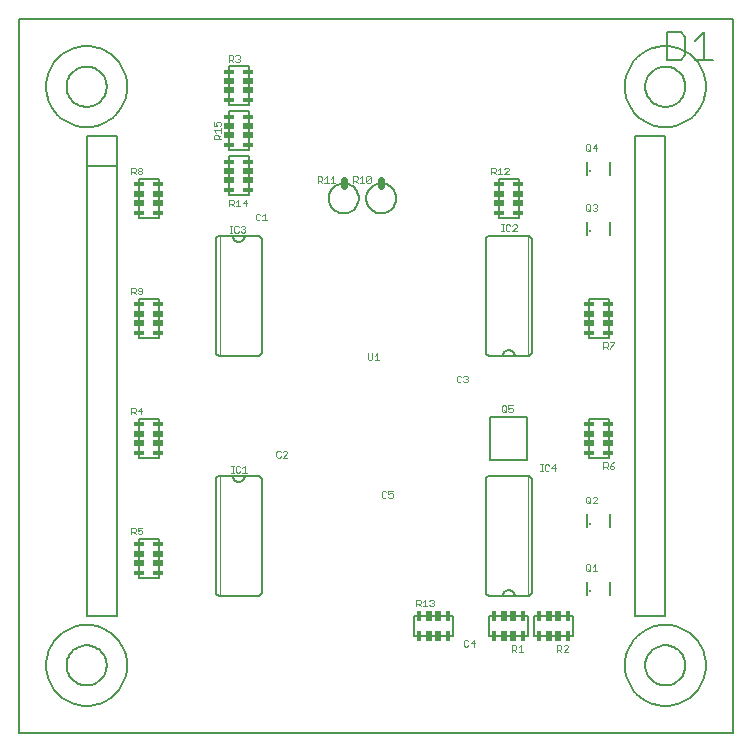
<source format=gto>
G75*
%MOIN*%
%OFA0B0*%
%FSLAX24Y24*%
%IPPOS*%
%LPD*%
%AMOC8*
5,1,8,0,0,1.08239X$1,22.5*
%
%ADD10C,0.0050*%
%ADD11C,0.0080*%
%ADD12C,0.0020*%
%ADD13C,0.0240*%
%ADD14C,0.0060*%
%ADD15R,0.0350X0.0150*%
%ADD16R,0.0350X0.0200*%
%ADD17C,0.0118*%
%ADD18R,0.0150X0.0350*%
%ADD19R,0.0200X0.0350*%
D10*
X000125Y000125D02*
X000125Y023944D01*
X023944Y023944D01*
X023944Y000125D01*
X000125Y000125D01*
X002401Y004034D02*
X002401Y019034D01*
X003401Y019034D01*
X004123Y018607D02*
X004123Y017308D01*
X004792Y017308D01*
X004792Y018607D01*
X004123Y018607D01*
X003401Y020034D02*
X003401Y004034D01*
X002401Y004034D01*
X004123Y005308D02*
X004123Y006607D01*
X004792Y006607D01*
X004792Y005308D01*
X004123Y005308D01*
X004123Y009308D02*
X004123Y010607D01*
X004792Y010607D01*
X004792Y009308D01*
X004123Y009308D01*
X004123Y013308D02*
X004123Y014607D01*
X004792Y014607D01*
X004792Y013308D01*
X004123Y013308D01*
X007123Y018058D02*
X007123Y019357D01*
X007792Y019357D01*
X007792Y018058D01*
X007123Y018058D01*
X007123Y019558D02*
X007123Y020857D01*
X007792Y020857D01*
X007792Y019558D01*
X007123Y019558D01*
X007123Y021058D02*
X007123Y022357D01*
X007792Y022357D01*
X007792Y021058D01*
X007123Y021058D01*
X003401Y020034D02*
X002401Y020034D01*
X002401Y019034D01*
X015847Y010686D02*
X015847Y009229D01*
X017068Y009229D01*
X017068Y010686D01*
X015847Y010686D01*
X019123Y010607D02*
X019123Y009308D01*
X019792Y009308D01*
X019792Y010607D01*
X019123Y010607D01*
X019123Y013308D02*
X019123Y014607D01*
X019792Y014607D01*
X019792Y013308D01*
X019123Y013308D01*
X016792Y017308D02*
X016123Y017308D01*
X016123Y018607D01*
X016792Y018607D01*
X016792Y017308D01*
X020668Y020034D02*
X021668Y020034D01*
X021668Y004034D01*
X020668Y004034D01*
X020668Y020034D01*
X018607Y004042D02*
X017308Y004042D01*
X017308Y003373D01*
X018607Y003373D01*
X018607Y004042D01*
X017107Y004042D02*
X017107Y003373D01*
X015808Y003373D01*
X015808Y004042D01*
X017107Y004042D01*
X014607Y004042D02*
X014607Y003373D01*
X013308Y003373D01*
X013308Y004042D01*
X014607Y004042D01*
D11*
X019064Y004741D02*
X019064Y005174D01*
X019851Y005174D02*
X019851Y004741D01*
X019851Y006991D02*
X019851Y007424D01*
X019064Y007424D02*
X019064Y006991D01*
X021011Y002389D02*
X021013Y002440D01*
X021019Y002491D01*
X021029Y002541D01*
X021042Y002591D01*
X021060Y002639D01*
X021080Y002686D01*
X021105Y002731D01*
X021133Y002774D01*
X021164Y002815D01*
X021198Y002853D01*
X021235Y002888D01*
X021274Y002921D01*
X021316Y002951D01*
X021360Y002977D01*
X021406Y002999D01*
X021454Y003019D01*
X021503Y003034D01*
X021553Y003046D01*
X021603Y003054D01*
X021654Y003058D01*
X021706Y003058D01*
X021757Y003054D01*
X021807Y003046D01*
X021857Y003034D01*
X021906Y003019D01*
X021954Y002999D01*
X022000Y002977D01*
X022044Y002951D01*
X022086Y002921D01*
X022125Y002888D01*
X022162Y002853D01*
X022196Y002815D01*
X022227Y002774D01*
X022255Y002731D01*
X022280Y002686D01*
X022300Y002639D01*
X022318Y002591D01*
X022331Y002541D01*
X022341Y002491D01*
X022347Y002440D01*
X022349Y002389D01*
X022347Y002338D01*
X022341Y002287D01*
X022331Y002237D01*
X022318Y002187D01*
X022300Y002139D01*
X022280Y002092D01*
X022255Y002047D01*
X022227Y002004D01*
X022196Y001963D01*
X022162Y001925D01*
X022125Y001890D01*
X022086Y001857D01*
X022044Y001827D01*
X022000Y001801D01*
X021954Y001779D01*
X021906Y001759D01*
X021857Y001744D01*
X021807Y001732D01*
X021757Y001724D01*
X021706Y001720D01*
X021654Y001720D01*
X021603Y001724D01*
X021553Y001732D01*
X021503Y001744D01*
X021454Y001759D01*
X021406Y001779D01*
X021360Y001801D01*
X021316Y001827D01*
X021274Y001857D01*
X021235Y001890D01*
X021198Y001925D01*
X021164Y001963D01*
X021133Y002004D01*
X021105Y002047D01*
X021080Y002092D01*
X021060Y002139D01*
X021042Y002187D01*
X021029Y002237D01*
X021019Y002287D01*
X021013Y002338D01*
X021011Y002389D01*
X019851Y016741D02*
X019851Y017174D01*
X019064Y017174D02*
X019064Y016741D01*
X019064Y018741D02*
X019064Y019174D01*
X019851Y019174D02*
X019851Y018741D01*
X021011Y021680D02*
X021013Y021731D01*
X021019Y021782D01*
X021029Y021832D01*
X021042Y021882D01*
X021060Y021930D01*
X021080Y021977D01*
X021105Y022022D01*
X021133Y022065D01*
X021164Y022106D01*
X021198Y022144D01*
X021235Y022179D01*
X021274Y022212D01*
X021316Y022242D01*
X021360Y022268D01*
X021406Y022290D01*
X021454Y022310D01*
X021503Y022325D01*
X021553Y022337D01*
X021603Y022345D01*
X021654Y022349D01*
X021706Y022349D01*
X021757Y022345D01*
X021807Y022337D01*
X021857Y022325D01*
X021906Y022310D01*
X021954Y022290D01*
X022000Y022268D01*
X022044Y022242D01*
X022086Y022212D01*
X022125Y022179D01*
X022162Y022144D01*
X022196Y022106D01*
X022227Y022065D01*
X022255Y022022D01*
X022280Y021977D01*
X022300Y021930D01*
X022318Y021882D01*
X022331Y021832D01*
X022341Y021782D01*
X022347Y021731D01*
X022349Y021680D01*
X022347Y021629D01*
X022341Y021578D01*
X022331Y021528D01*
X022318Y021478D01*
X022300Y021430D01*
X022280Y021383D01*
X022255Y021338D01*
X022227Y021295D01*
X022196Y021254D01*
X022162Y021216D01*
X022125Y021181D01*
X022086Y021148D01*
X022044Y021118D01*
X022000Y021092D01*
X021954Y021070D01*
X021906Y021050D01*
X021857Y021035D01*
X021807Y021023D01*
X021757Y021015D01*
X021706Y021011D01*
X021654Y021011D01*
X021603Y021015D01*
X021553Y021023D01*
X021503Y021035D01*
X021454Y021050D01*
X021406Y021070D01*
X021360Y021092D01*
X021316Y021118D01*
X021274Y021148D01*
X021235Y021181D01*
X021198Y021216D01*
X021164Y021254D01*
X021133Y021295D01*
X021105Y021338D01*
X021080Y021383D01*
X021060Y021430D01*
X021042Y021478D01*
X021029Y021528D01*
X021019Y021578D01*
X021013Y021629D01*
X021011Y021680D01*
X021733Y022574D02*
X022193Y022574D01*
X022347Y022728D01*
X022347Y023342D01*
X022193Y023495D01*
X021733Y023495D01*
X021733Y022574D01*
X022654Y022574D02*
X023268Y022574D01*
X022961Y022574D02*
X022961Y023495D01*
X022654Y023188D01*
X001720Y021680D02*
X001722Y021731D01*
X001728Y021782D01*
X001738Y021832D01*
X001751Y021882D01*
X001769Y021930D01*
X001789Y021977D01*
X001814Y022022D01*
X001842Y022065D01*
X001873Y022106D01*
X001907Y022144D01*
X001944Y022179D01*
X001983Y022212D01*
X002025Y022242D01*
X002069Y022268D01*
X002115Y022290D01*
X002163Y022310D01*
X002212Y022325D01*
X002262Y022337D01*
X002312Y022345D01*
X002363Y022349D01*
X002415Y022349D01*
X002466Y022345D01*
X002516Y022337D01*
X002566Y022325D01*
X002615Y022310D01*
X002663Y022290D01*
X002709Y022268D01*
X002753Y022242D01*
X002795Y022212D01*
X002834Y022179D01*
X002871Y022144D01*
X002905Y022106D01*
X002936Y022065D01*
X002964Y022022D01*
X002989Y021977D01*
X003009Y021930D01*
X003027Y021882D01*
X003040Y021832D01*
X003050Y021782D01*
X003056Y021731D01*
X003058Y021680D01*
X003056Y021629D01*
X003050Y021578D01*
X003040Y021528D01*
X003027Y021478D01*
X003009Y021430D01*
X002989Y021383D01*
X002964Y021338D01*
X002936Y021295D01*
X002905Y021254D01*
X002871Y021216D01*
X002834Y021181D01*
X002795Y021148D01*
X002753Y021118D01*
X002709Y021092D01*
X002663Y021070D01*
X002615Y021050D01*
X002566Y021035D01*
X002516Y021023D01*
X002466Y021015D01*
X002415Y021011D01*
X002363Y021011D01*
X002312Y021015D01*
X002262Y021023D01*
X002212Y021035D01*
X002163Y021050D01*
X002115Y021070D01*
X002069Y021092D01*
X002025Y021118D01*
X001983Y021148D01*
X001944Y021181D01*
X001907Y021216D01*
X001873Y021254D01*
X001842Y021295D01*
X001814Y021338D01*
X001789Y021383D01*
X001769Y021430D01*
X001751Y021478D01*
X001738Y021528D01*
X001728Y021578D01*
X001722Y021629D01*
X001720Y021680D01*
X001720Y002389D02*
X001722Y002440D01*
X001728Y002491D01*
X001738Y002541D01*
X001751Y002591D01*
X001769Y002639D01*
X001789Y002686D01*
X001814Y002731D01*
X001842Y002774D01*
X001873Y002815D01*
X001907Y002853D01*
X001944Y002888D01*
X001983Y002921D01*
X002025Y002951D01*
X002069Y002977D01*
X002115Y002999D01*
X002163Y003019D01*
X002212Y003034D01*
X002262Y003046D01*
X002312Y003054D01*
X002363Y003058D01*
X002415Y003058D01*
X002466Y003054D01*
X002516Y003046D01*
X002566Y003034D01*
X002615Y003019D01*
X002663Y002999D01*
X002709Y002977D01*
X002753Y002951D01*
X002795Y002921D01*
X002834Y002888D01*
X002871Y002853D01*
X002905Y002815D01*
X002936Y002774D01*
X002964Y002731D01*
X002989Y002686D01*
X003009Y002639D01*
X003027Y002591D01*
X003040Y002541D01*
X003050Y002491D01*
X003056Y002440D01*
X003058Y002389D01*
X003056Y002338D01*
X003050Y002287D01*
X003040Y002237D01*
X003027Y002187D01*
X003009Y002139D01*
X002989Y002092D01*
X002964Y002047D01*
X002936Y002004D01*
X002905Y001963D01*
X002871Y001925D01*
X002834Y001890D01*
X002795Y001857D01*
X002753Y001827D01*
X002709Y001801D01*
X002663Y001779D01*
X002615Y001759D01*
X002566Y001744D01*
X002516Y001732D01*
X002466Y001724D01*
X002415Y001720D01*
X002363Y001720D01*
X002312Y001724D01*
X002262Y001732D01*
X002212Y001744D01*
X002163Y001759D01*
X002115Y001779D01*
X002069Y001801D01*
X002025Y001827D01*
X001983Y001857D01*
X001944Y001890D01*
X001907Y001925D01*
X001873Y001963D01*
X001842Y002004D01*
X001814Y002047D01*
X001789Y002092D01*
X001769Y002139D01*
X001751Y002187D01*
X001738Y002237D01*
X001728Y002287D01*
X001722Y002338D01*
X001720Y002389D01*
D12*
X003877Y006755D02*
X003877Y006975D01*
X003987Y006975D01*
X004024Y006939D01*
X004024Y006865D01*
X003987Y006828D01*
X003877Y006828D01*
X003951Y006828D02*
X004024Y006755D01*
X004098Y006792D02*
X004135Y006755D01*
X004208Y006755D01*
X004245Y006792D01*
X004245Y006865D01*
X004208Y006902D01*
X004172Y006902D01*
X004098Y006865D01*
X004098Y006975D01*
X004245Y006975D01*
X006828Y008708D02*
X006828Y004708D01*
X007218Y008818D02*
X007291Y008818D01*
X007254Y008818D02*
X007254Y009038D01*
X007218Y009038D02*
X007291Y009038D01*
X007365Y009001D02*
X007365Y008854D01*
X007402Y008818D01*
X007475Y008818D01*
X007512Y008854D01*
X007586Y008818D02*
X007733Y008818D01*
X007659Y008818D02*
X007659Y009038D01*
X007586Y008964D01*
X007512Y009001D02*
X007475Y009038D01*
X007402Y009038D01*
X007365Y009001D01*
X008718Y009354D02*
X008754Y009318D01*
X008828Y009318D01*
X008864Y009354D01*
X008939Y009318D02*
X009085Y009464D01*
X009085Y009501D01*
X009049Y009538D01*
X008975Y009538D01*
X008939Y009501D01*
X008864Y009501D02*
X008828Y009538D01*
X008754Y009538D01*
X008718Y009501D01*
X008718Y009354D01*
X008939Y009318D02*
X009085Y009318D01*
X012226Y008161D02*
X012226Y008014D01*
X012262Y007978D01*
X012336Y007978D01*
X012372Y008014D01*
X012447Y008014D02*
X012483Y007978D01*
X012557Y007978D01*
X012593Y008014D01*
X012593Y008088D01*
X012557Y008124D01*
X012520Y008124D01*
X012447Y008088D01*
X012447Y008198D01*
X012593Y008198D01*
X012372Y008161D02*
X012336Y008198D01*
X012262Y008198D01*
X012226Y008161D01*
X014762Y011828D02*
X014836Y011828D01*
X014872Y011864D01*
X014947Y011864D02*
X014983Y011828D01*
X015057Y011828D01*
X015093Y011864D01*
X015093Y011901D01*
X015057Y011938D01*
X015020Y011938D01*
X015057Y011938D02*
X015093Y011974D01*
X015093Y012011D01*
X015057Y012048D01*
X014983Y012048D01*
X014947Y012011D01*
X014872Y012011D02*
X014836Y012048D01*
X014762Y012048D01*
X014726Y012011D01*
X014726Y011864D01*
X014762Y011828D01*
X016224Y011017D02*
X016224Y010870D01*
X016261Y010833D01*
X016334Y010833D01*
X016371Y010870D01*
X016371Y011017D01*
X016334Y011054D01*
X016261Y011054D01*
X016224Y011017D01*
X016297Y010907D02*
X016371Y010833D01*
X016445Y010870D02*
X016482Y010833D01*
X016555Y010833D01*
X016592Y010870D01*
X016592Y010944D01*
X016555Y010980D01*
X016518Y010980D01*
X016445Y010944D01*
X016445Y011054D01*
X016592Y011054D01*
X017088Y012708D02*
X017088Y016708D01*
X016733Y016868D02*
X016586Y016868D01*
X016733Y017014D01*
X016733Y017051D01*
X016696Y017088D01*
X016623Y017088D01*
X016586Y017051D01*
X016512Y017051D02*
X016475Y017088D01*
X016402Y017088D01*
X016365Y017051D01*
X016365Y016904D01*
X016402Y016868D01*
X016475Y016868D01*
X016512Y016904D01*
X016291Y016868D02*
X016218Y016868D01*
X016254Y016868D02*
X016254Y017088D01*
X016218Y017088D02*
X016291Y017088D01*
X016319Y018755D02*
X016466Y018902D01*
X016466Y018939D01*
X016429Y018975D01*
X016356Y018975D01*
X016319Y018939D01*
X016172Y018975D02*
X016172Y018755D01*
X016245Y018755D02*
X016098Y018755D01*
X016024Y018755D02*
X015951Y018828D01*
X015987Y018828D02*
X015877Y018828D01*
X015877Y018755D02*
X015877Y018975D01*
X015987Y018975D01*
X016024Y018939D01*
X016024Y018865D01*
X015987Y018828D01*
X016098Y018902D02*
X016172Y018975D01*
X016319Y018755D02*
X016466Y018755D01*
X019035Y019575D02*
X019071Y019539D01*
X019145Y019539D01*
X019181Y019575D01*
X019181Y019722D01*
X019145Y019759D01*
X019071Y019759D01*
X019035Y019722D01*
X019035Y019575D01*
X019108Y019612D02*
X019181Y019539D01*
X019256Y019649D02*
X019402Y019649D01*
X019366Y019759D02*
X019256Y019649D01*
X019366Y019539D02*
X019366Y019759D01*
X019366Y017759D02*
X019402Y017722D01*
X019402Y017685D01*
X019366Y017649D01*
X019402Y017612D01*
X019402Y017575D01*
X019366Y017539D01*
X019292Y017539D01*
X019256Y017575D01*
X019181Y017575D02*
X019145Y017539D01*
X019071Y017539D01*
X019035Y017575D01*
X019035Y017722D01*
X019071Y017759D01*
X019145Y017759D01*
X019181Y017722D01*
X019181Y017575D01*
X019181Y017539D02*
X019108Y017612D01*
X019256Y017722D02*
X019292Y017759D01*
X019366Y017759D01*
X019366Y017649D02*
X019329Y017649D01*
X019616Y013160D02*
X019726Y013160D01*
X019763Y013124D01*
X019763Y013050D01*
X019726Y013014D01*
X019616Y013014D01*
X019690Y013014D02*
X019763Y012940D01*
X019837Y012940D02*
X019837Y012977D01*
X019984Y013124D01*
X019984Y013160D01*
X019837Y013160D01*
X019616Y013160D02*
X019616Y012940D01*
X019616Y009160D02*
X019726Y009160D01*
X019763Y009124D01*
X019763Y009050D01*
X019726Y009014D01*
X019616Y009014D01*
X019690Y009014D02*
X019763Y008940D01*
X019837Y008977D02*
X019874Y008940D01*
X019947Y008940D01*
X019984Y008977D01*
X019984Y009014D01*
X019947Y009050D01*
X019837Y009050D01*
X019837Y008977D01*
X019837Y009050D02*
X019911Y009124D01*
X019984Y009160D01*
X019616Y009160D02*
X019616Y008940D01*
X019366Y008009D02*
X019292Y008009D01*
X019256Y007972D01*
X019181Y007972D02*
X019181Y007825D01*
X019145Y007789D01*
X019071Y007789D01*
X019035Y007825D01*
X019035Y007972D01*
X019071Y008009D01*
X019145Y008009D01*
X019181Y007972D01*
X019108Y007862D02*
X019181Y007789D01*
X019256Y007789D02*
X019402Y007935D01*
X019402Y007972D01*
X019366Y008009D01*
X019402Y007789D02*
X019256Y007789D01*
X017996Y008868D02*
X017996Y009088D01*
X017886Y008978D01*
X018033Y008978D01*
X017812Y009051D02*
X017775Y009088D01*
X017702Y009088D01*
X017665Y009051D01*
X017665Y008904D01*
X017702Y008868D01*
X017775Y008868D01*
X017812Y008904D01*
X017591Y008868D02*
X017518Y008868D01*
X017554Y008868D02*
X017554Y009088D01*
X017518Y009088D02*
X017591Y009088D01*
X017088Y008708D02*
X017088Y004708D01*
X016861Y003060D02*
X016861Y002840D01*
X016934Y002840D02*
X016787Y002840D01*
X016713Y002840D02*
X016640Y002914D01*
X016676Y002914D02*
X016566Y002914D01*
X016566Y002840D02*
X016566Y003060D01*
X016676Y003060D01*
X016713Y003024D01*
X016713Y002950D01*
X016676Y002914D01*
X016787Y002987D02*
X016861Y003060D01*
X018066Y003060D02*
X018066Y002840D01*
X018066Y002914D02*
X018176Y002914D01*
X018213Y002950D01*
X018213Y003024D01*
X018176Y003060D01*
X018066Y003060D01*
X018140Y002914D02*
X018213Y002840D01*
X018287Y002840D02*
X018434Y002987D01*
X018434Y003024D01*
X018397Y003060D01*
X018324Y003060D01*
X018287Y003024D01*
X018287Y002840D02*
X018434Y002840D01*
X019071Y005539D02*
X019035Y005575D01*
X019035Y005722D01*
X019071Y005759D01*
X019145Y005759D01*
X019181Y005722D01*
X019181Y005575D01*
X019145Y005539D01*
X019071Y005539D01*
X019108Y005612D02*
X019181Y005539D01*
X019256Y005539D02*
X019402Y005539D01*
X019329Y005539D02*
X019329Y005759D01*
X019256Y005685D01*
X015299Y003238D02*
X015299Y003018D01*
X015335Y003128D02*
X015189Y003128D01*
X015299Y003238D01*
X015114Y003201D02*
X015078Y003238D01*
X015004Y003238D01*
X014968Y003201D01*
X014968Y003054D01*
X015004Y003018D01*
X015078Y003018D01*
X015114Y003054D01*
X013929Y004355D02*
X013856Y004355D01*
X013819Y004392D01*
X013745Y004355D02*
X013598Y004355D01*
X013672Y004355D02*
X013672Y004575D01*
X013598Y004502D01*
X013524Y004539D02*
X013524Y004465D01*
X013487Y004428D01*
X013377Y004428D01*
X013377Y004355D02*
X013377Y004575D01*
X013487Y004575D01*
X013524Y004539D01*
X013451Y004428D02*
X013524Y004355D01*
X013819Y004539D02*
X013856Y004575D01*
X013929Y004575D01*
X013966Y004539D01*
X013966Y004502D01*
X013929Y004465D01*
X013966Y004428D01*
X013966Y004392D01*
X013929Y004355D01*
X013929Y004465D02*
X013892Y004465D01*
X012135Y012568D02*
X011989Y012568D01*
X012062Y012568D02*
X012062Y012788D01*
X011989Y012714D01*
X011914Y012788D02*
X011914Y012604D01*
X011878Y012568D01*
X011804Y012568D01*
X011768Y012604D01*
X011768Y012788D01*
X008393Y017228D02*
X008247Y017228D01*
X008320Y017228D02*
X008320Y017448D01*
X008247Y017374D01*
X008172Y017411D02*
X008136Y017448D01*
X008062Y017448D01*
X008026Y017411D01*
X008026Y017264D01*
X008062Y017228D01*
X008136Y017228D01*
X008172Y017264D01*
X007683Y017001D02*
X007683Y016964D01*
X007646Y016928D01*
X007683Y016891D01*
X007683Y016854D01*
X007646Y016818D01*
X007573Y016818D01*
X007536Y016854D01*
X007462Y016854D02*
X007425Y016818D01*
X007352Y016818D01*
X007315Y016854D01*
X007315Y017001D01*
X007352Y017038D01*
X007425Y017038D01*
X007462Y017001D01*
X007536Y017001D02*
X007573Y017038D01*
X007646Y017038D01*
X007683Y017001D01*
X007646Y016928D02*
X007609Y016928D01*
X007241Y017038D02*
X007168Y017038D01*
X007204Y017038D02*
X007204Y016818D01*
X007168Y016818D02*
X007241Y016818D01*
X006828Y016708D02*
X006828Y012708D01*
X004208Y010975D02*
X004098Y010865D01*
X004245Y010865D01*
X004208Y010755D02*
X004208Y010975D01*
X004024Y010939D02*
X004024Y010865D01*
X003987Y010828D01*
X003877Y010828D01*
X003877Y010755D02*
X003877Y010975D01*
X003987Y010975D01*
X004024Y010939D01*
X003951Y010828D02*
X004024Y010755D01*
X004024Y014755D02*
X003951Y014828D01*
X003987Y014828D02*
X003877Y014828D01*
X003877Y014755D02*
X003877Y014975D01*
X003987Y014975D01*
X004024Y014939D01*
X004024Y014865D01*
X003987Y014828D01*
X004098Y014792D02*
X004135Y014755D01*
X004208Y014755D01*
X004245Y014792D01*
X004245Y014939D01*
X004208Y014975D01*
X004135Y014975D01*
X004098Y014939D01*
X004098Y014902D01*
X004135Y014865D01*
X004245Y014865D01*
X007145Y017690D02*
X007145Y017910D01*
X007255Y017910D01*
X007292Y017874D01*
X007292Y017800D01*
X007255Y017764D01*
X007145Y017764D01*
X007219Y017764D02*
X007292Y017690D01*
X007366Y017690D02*
X007513Y017690D01*
X007440Y017690D02*
X007440Y017910D01*
X007366Y017837D01*
X007587Y017800D02*
X007734Y017800D01*
X007697Y017690D02*
X007697Y017910D01*
X007587Y017800D01*
X006860Y019927D02*
X006640Y019927D01*
X006640Y020037D01*
X006677Y020074D01*
X006750Y020074D01*
X006787Y020037D01*
X006787Y019927D01*
X006787Y020001D02*
X006860Y020074D01*
X006860Y020148D02*
X006860Y020295D01*
X006860Y020222D02*
X006640Y020222D01*
X006713Y020148D01*
X006750Y020369D02*
X006640Y020369D01*
X006640Y020516D01*
X006713Y020479D02*
X006750Y020516D01*
X006824Y020516D01*
X006860Y020479D01*
X006860Y020406D01*
X006824Y020369D01*
X006750Y020369D02*
X006713Y020442D01*
X006713Y020479D01*
X007127Y022505D02*
X007127Y022725D01*
X007237Y022725D01*
X007274Y022689D01*
X007274Y022615D01*
X007237Y022578D01*
X007127Y022578D01*
X007201Y022578D02*
X007274Y022505D01*
X007348Y022542D02*
X007385Y022505D01*
X007458Y022505D01*
X007495Y022542D01*
X007495Y022578D01*
X007458Y022615D01*
X007422Y022615D01*
X007458Y022615D02*
X007495Y022652D01*
X007495Y022689D01*
X007458Y022725D01*
X007385Y022725D01*
X007348Y022689D01*
X004208Y018975D02*
X004245Y018939D01*
X004245Y018902D01*
X004208Y018865D01*
X004135Y018865D01*
X004098Y018902D01*
X004098Y018939D01*
X004135Y018975D01*
X004208Y018975D01*
X004208Y018865D02*
X004245Y018828D01*
X004245Y018792D01*
X004208Y018755D01*
X004135Y018755D01*
X004098Y018792D01*
X004098Y018828D01*
X004135Y018865D01*
X004024Y018865D02*
X003987Y018828D01*
X003877Y018828D01*
X003877Y018755D02*
X003877Y018975D01*
X003987Y018975D01*
X004024Y018939D01*
X004024Y018865D01*
X003951Y018828D02*
X004024Y018755D01*
X010098Y018688D02*
X010098Y018468D01*
X010098Y018541D02*
X010208Y018541D01*
X010244Y018578D01*
X010244Y018651D01*
X010208Y018688D01*
X010098Y018688D01*
X010171Y018541D02*
X010244Y018468D01*
X010319Y018468D02*
X010465Y018468D01*
X010392Y018468D02*
X010392Y018688D01*
X010319Y018614D01*
X010540Y018614D02*
X010613Y018688D01*
X010613Y018468D01*
X010540Y018468D02*
X010686Y018468D01*
X011275Y018478D02*
X011275Y018698D01*
X011385Y018698D01*
X011422Y018661D01*
X011422Y018588D01*
X011385Y018551D01*
X011275Y018551D01*
X011348Y018551D02*
X011422Y018478D01*
X011496Y018478D02*
X011642Y018478D01*
X011569Y018478D02*
X011569Y018698D01*
X011496Y018624D01*
X011717Y018661D02*
X011717Y018514D01*
X011863Y018661D01*
X011863Y018514D01*
X011827Y018478D01*
X011753Y018478D01*
X011717Y018514D01*
X011717Y018661D02*
X011753Y018698D01*
X011827Y018698D01*
X011863Y018661D01*
D13*
X012208Y018558D02*
X012208Y018358D01*
X010958Y018358D02*
X010958Y018558D01*
D14*
X010458Y017958D02*
X010460Y018002D01*
X010466Y018046D01*
X010476Y018089D01*
X010489Y018131D01*
X010506Y018172D01*
X010527Y018211D01*
X010551Y018248D01*
X010578Y018283D01*
X010608Y018315D01*
X010641Y018345D01*
X010677Y018371D01*
X010714Y018395D01*
X010754Y018414D01*
X010795Y018431D01*
X010838Y018443D01*
X010881Y018452D01*
X010925Y018457D01*
X010969Y018458D01*
X011013Y018455D01*
X011057Y018448D01*
X011100Y018437D01*
X011142Y018423D01*
X011182Y018405D01*
X011221Y018383D01*
X011257Y018359D01*
X011291Y018331D01*
X011323Y018300D01*
X011352Y018266D01*
X011378Y018230D01*
X011400Y018192D01*
X011419Y018152D01*
X011434Y018110D01*
X011446Y018068D01*
X011454Y018024D01*
X011458Y017980D01*
X011458Y017936D01*
X011454Y017892D01*
X011446Y017848D01*
X011434Y017806D01*
X011419Y017764D01*
X011400Y017724D01*
X011378Y017686D01*
X011352Y017650D01*
X011323Y017616D01*
X011291Y017585D01*
X011257Y017557D01*
X011221Y017533D01*
X011182Y017511D01*
X011142Y017493D01*
X011100Y017479D01*
X011057Y017468D01*
X011013Y017461D01*
X010969Y017458D01*
X010925Y017459D01*
X010881Y017464D01*
X010838Y017473D01*
X010795Y017485D01*
X010754Y017502D01*
X010714Y017521D01*
X010677Y017545D01*
X010641Y017571D01*
X010608Y017601D01*
X010578Y017633D01*
X010551Y017668D01*
X010527Y017705D01*
X010506Y017744D01*
X010489Y017785D01*
X010476Y017827D01*
X010466Y017870D01*
X010460Y017914D01*
X010458Y017958D01*
X011708Y017958D02*
X011710Y018002D01*
X011716Y018046D01*
X011726Y018089D01*
X011739Y018131D01*
X011756Y018172D01*
X011777Y018211D01*
X011801Y018248D01*
X011828Y018283D01*
X011858Y018315D01*
X011891Y018345D01*
X011927Y018371D01*
X011964Y018395D01*
X012004Y018414D01*
X012045Y018431D01*
X012088Y018443D01*
X012131Y018452D01*
X012175Y018457D01*
X012219Y018458D01*
X012263Y018455D01*
X012307Y018448D01*
X012350Y018437D01*
X012392Y018423D01*
X012432Y018405D01*
X012471Y018383D01*
X012507Y018359D01*
X012541Y018331D01*
X012573Y018300D01*
X012602Y018266D01*
X012628Y018230D01*
X012650Y018192D01*
X012669Y018152D01*
X012684Y018110D01*
X012696Y018068D01*
X012704Y018024D01*
X012708Y017980D01*
X012708Y017936D01*
X012704Y017892D01*
X012696Y017848D01*
X012684Y017806D01*
X012669Y017764D01*
X012650Y017724D01*
X012628Y017686D01*
X012602Y017650D01*
X012573Y017616D01*
X012541Y017585D01*
X012507Y017557D01*
X012471Y017533D01*
X012432Y017511D01*
X012392Y017493D01*
X012350Y017479D01*
X012307Y017468D01*
X012263Y017461D01*
X012219Y017458D01*
X012175Y017459D01*
X012131Y017464D01*
X012088Y017473D01*
X012045Y017485D01*
X012004Y017502D01*
X011964Y017521D01*
X011927Y017545D01*
X011891Y017571D01*
X011858Y017601D01*
X011828Y017633D01*
X011801Y017668D01*
X011777Y017705D01*
X011756Y017744D01*
X011739Y017785D01*
X011726Y017827D01*
X011716Y017870D01*
X011710Y017914D01*
X011708Y017958D01*
X008228Y016558D02*
X008228Y012858D01*
X008226Y012835D01*
X008221Y012812D01*
X008212Y012790D01*
X008199Y012770D01*
X008184Y012752D01*
X008166Y012737D01*
X008146Y012724D01*
X008124Y012715D01*
X008101Y012710D01*
X008078Y012708D01*
X006838Y012708D01*
X006815Y012710D01*
X006792Y012715D01*
X006770Y012724D01*
X006750Y012737D01*
X006732Y012752D01*
X006717Y012770D01*
X006704Y012790D01*
X006695Y012812D01*
X006690Y012835D01*
X006688Y012858D01*
X006688Y016558D01*
X006690Y016581D01*
X006695Y016604D01*
X006704Y016626D01*
X006717Y016646D01*
X006732Y016664D01*
X006750Y016679D01*
X006770Y016692D01*
X006792Y016701D01*
X006815Y016706D01*
X006838Y016708D01*
X007258Y016708D01*
X007658Y016708D01*
X008078Y016708D01*
X008101Y016706D01*
X008124Y016701D01*
X008146Y016692D01*
X008166Y016679D01*
X008184Y016664D01*
X008199Y016646D01*
X008212Y016626D01*
X008221Y016604D01*
X008226Y016581D01*
X008228Y016558D01*
X007658Y016708D02*
X007656Y016681D01*
X007651Y016654D01*
X007641Y016628D01*
X007629Y016604D01*
X007613Y016582D01*
X007595Y016562D01*
X007573Y016545D01*
X007550Y016530D01*
X007525Y016520D01*
X007499Y016512D01*
X007472Y016508D01*
X007444Y016508D01*
X007417Y016512D01*
X007391Y016520D01*
X007366Y016530D01*
X007343Y016545D01*
X007321Y016562D01*
X007303Y016582D01*
X007287Y016604D01*
X007275Y016628D01*
X007265Y016654D01*
X007260Y016681D01*
X007258Y016708D01*
X001039Y021680D02*
X001041Y021753D01*
X001047Y021826D01*
X001057Y021898D01*
X001071Y021970D01*
X001088Y022041D01*
X001110Y022111D01*
X001135Y022180D01*
X001164Y022247D01*
X001196Y022312D01*
X001232Y022376D01*
X001272Y022438D01*
X001314Y022497D01*
X001360Y022554D01*
X001409Y022608D01*
X001461Y022660D01*
X001515Y022709D01*
X001572Y022755D01*
X001631Y022797D01*
X001693Y022837D01*
X001757Y022873D01*
X001822Y022905D01*
X001889Y022934D01*
X001958Y022959D01*
X002028Y022981D01*
X002099Y022998D01*
X002171Y023012D01*
X002243Y023022D01*
X002316Y023028D01*
X002389Y023030D01*
X002462Y023028D01*
X002535Y023022D01*
X002607Y023012D01*
X002679Y022998D01*
X002750Y022981D01*
X002820Y022959D01*
X002889Y022934D01*
X002956Y022905D01*
X003021Y022873D01*
X003085Y022837D01*
X003147Y022797D01*
X003206Y022755D01*
X003263Y022709D01*
X003317Y022660D01*
X003369Y022608D01*
X003418Y022554D01*
X003464Y022497D01*
X003506Y022438D01*
X003546Y022376D01*
X003582Y022312D01*
X003614Y022247D01*
X003643Y022180D01*
X003668Y022111D01*
X003690Y022041D01*
X003707Y021970D01*
X003721Y021898D01*
X003731Y021826D01*
X003737Y021753D01*
X003739Y021680D01*
X003737Y021607D01*
X003731Y021534D01*
X003721Y021462D01*
X003707Y021390D01*
X003690Y021319D01*
X003668Y021249D01*
X003643Y021180D01*
X003614Y021113D01*
X003582Y021048D01*
X003546Y020984D01*
X003506Y020922D01*
X003464Y020863D01*
X003418Y020806D01*
X003369Y020752D01*
X003317Y020700D01*
X003263Y020651D01*
X003206Y020605D01*
X003147Y020563D01*
X003085Y020523D01*
X003021Y020487D01*
X002956Y020455D01*
X002889Y020426D01*
X002820Y020401D01*
X002750Y020379D01*
X002679Y020362D01*
X002607Y020348D01*
X002535Y020338D01*
X002462Y020332D01*
X002389Y020330D01*
X002316Y020332D01*
X002243Y020338D01*
X002171Y020348D01*
X002099Y020362D01*
X002028Y020379D01*
X001958Y020401D01*
X001889Y020426D01*
X001822Y020455D01*
X001757Y020487D01*
X001693Y020523D01*
X001631Y020563D01*
X001572Y020605D01*
X001515Y020651D01*
X001461Y020700D01*
X001409Y020752D01*
X001360Y020806D01*
X001314Y020863D01*
X001272Y020922D01*
X001232Y020984D01*
X001196Y021048D01*
X001164Y021113D01*
X001135Y021180D01*
X001110Y021249D01*
X001088Y021319D01*
X001071Y021390D01*
X001057Y021462D01*
X001047Y021534D01*
X001041Y021607D01*
X001039Y021680D01*
X006838Y008708D02*
X007258Y008708D01*
X007658Y008708D01*
X008078Y008708D01*
X008101Y008706D01*
X008124Y008701D01*
X008146Y008692D01*
X008166Y008679D01*
X008184Y008664D01*
X008199Y008646D01*
X008212Y008626D01*
X008221Y008604D01*
X008226Y008581D01*
X008228Y008558D01*
X008228Y004858D01*
X008226Y004835D01*
X008221Y004812D01*
X008212Y004790D01*
X008199Y004770D01*
X008184Y004752D01*
X008166Y004737D01*
X008146Y004724D01*
X008124Y004715D01*
X008101Y004710D01*
X008078Y004708D01*
X006838Y004708D01*
X006815Y004710D01*
X006792Y004715D01*
X006770Y004724D01*
X006750Y004737D01*
X006732Y004752D01*
X006717Y004770D01*
X006704Y004790D01*
X006695Y004812D01*
X006690Y004835D01*
X006688Y004858D01*
X006688Y008558D01*
X006690Y008581D01*
X006695Y008604D01*
X006704Y008626D01*
X006717Y008646D01*
X006732Y008664D01*
X006750Y008679D01*
X006770Y008692D01*
X006792Y008701D01*
X006815Y008706D01*
X006838Y008708D01*
X007258Y008708D02*
X007260Y008681D01*
X007265Y008654D01*
X007275Y008628D01*
X007287Y008604D01*
X007303Y008582D01*
X007321Y008562D01*
X007343Y008545D01*
X007366Y008530D01*
X007391Y008520D01*
X007417Y008512D01*
X007444Y008508D01*
X007472Y008508D01*
X007499Y008512D01*
X007525Y008520D01*
X007550Y008530D01*
X007573Y008545D01*
X007595Y008562D01*
X007613Y008582D01*
X007629Y008604D01*
X007641Y008628D01*
X007651Y008654D01*
X007656Y008681D01*
X007658Y008708D01*
X001039Y002389D02*
X001041Y002462D01*
X001047Y002535D01*
X001057Y002607D01*
X001071Y002679D01*
X001088Y002750D01*
X001110Y002820D01*
X001135Y002889D01*
X001164Y002956D01*
X001196Y003021D01*
X001232Y003085D01*
X001272Y003147D01*
X001314Y003206D01*
X001360Y003263D01*
X001409Y003317D01*
X001461Y003369D01*
X001515Y003418D01*
X001572Y003464D01*
X001631Y003506D01*
X001693Y003546D01*
X001757Y003582D01*
X001822Y003614D01*
X001889Y003643D01*
X001958Y003668D01*
X002028Y003690D01*
X002099Y003707D01*
X002171Y003721D01*
X002243Y003731D01*
X002316Y003737D01*
X002389Y003739D01*
X002462Y003737D01*
X002535Y003731D01*
X002607Y003721D01*
X002679Y003707D01*
X002750Y003690D01*
X002820Y003668D01*
X002889Y003643D01*
X002956Y003614D01*
X003021Y003582D01*
X003085Y003546D01*
X003147Y003506D01*
X003206Y003464D01*
X003263Y003418D01*
X003317Y003369D01*
X003369Y003317D01*
X003418Y003263D01*
X003464Y003206D01*
X003506Y003147D01*
X003546Y003085D01*
X003582Y003021D01*
X003614Y002956D01*
X003643Y002889D01*
X003668Y002820D01*
X003690Y002750D01*
X003707Y002679D01*
X003721Y002607D01*
X003731Y002535D01*
X003737Y002462D01*
X003739Y002389D01*
X003737Y002316D01*
X003731Y002243D01*
X003721Y002171D01*
X003707Y002099D01*
X003690Y002028D01*
X003668Y001958D01*
X003643Y001889D01*
X003614Y001822D01*
X003582Y001757D01*
X003546Y001693D01*
X003506Y001631D01*
X003464Y001572D01*
X003418Y001515D01*
X003369Y001461D01*
X003317Y001409D01*
X003263Y001360D01*
X003206Y001314D01*
X003147Y001272D01*
X003085Y001232D01*
X003021Y001196D01*
X002956Y001164D01*
X002889Y001135D01*
X002820Y001110D01*
X002750Y001088D01*
X002679Y001071D01*
X002607Y001057D01*
X002535Y001047D01*
X002462Y001041D01*
X002389Y001039D01*
X002316Y001041D01*
X002243Y001047D01*
X002171Y001057D01*
X002099Y001071D01*
X002028Y001088D01*
X001958Y001110D01*
X001889Y001135D01*
X001822Y001164D01*
X001757Y001196D01*
X001693Y001232D01*
X001631Y001272D01*
X001572Y001314D01*
X001515Y001360D01*
X001461Y001409D01*
X001409Y001461D01*
X001360Y001515D01*
X001314Y001572D01*
X001272Y001631D01*
X001232Y001693D01*
X001196Y001757D01*
X001164Y001822D01*
X001135Y001889D01*
X001110Y001958D01*
X001088Y002028D01*
X001071Y002099D01*
X001057Y002171D01*
X001047Y002243D01*
X001041Y002316D01*
X001039Y002389D01*
X015688Y004858D02*
X015688Y008558D01*
X015690Y008581D01*
X015695Y008604D01*
X015704Y008626D01*
X015717Y008646D01*
X015732Y008664D01*
X015750Y008679D01*
X015770Y008692D01*
X015792Y008701D01*
X015815Y008706D01*
X015838Y008708D01*
X017078Y008708D01*
X017101Y008706D01*
X017124Y008701D01*
X017146Y008692D01*
X017166Y008679D01*
X017184Y008664D01*
X017199Y008646D01*
X017212Y008626D01*
X017221Y008604D01*
X017226Y008581D01*
X017228Y008558D01*
X017228Y004858D01*
X017226Y004835D01*
X017221Y004812D01*
X017212Y004790D01*
X017199Y004770D01*
X017184Y004752D01*
X017166Y004737D01*
X017146Y004724D01*
X017124Y004715D01*
X017101Y004710D01*
X017078Y004708D01*
X016658Y004708D01*
X016258Y004708D01*
X015838Y004708D01*
X015815Y004710D01*
X015792Y004715D01*
X015770Y004724D01*
X015750Y004737D01*
X015732Y004752D01*
X015717Y004770D01*
X015704Y004790D01*
X015695Y004812D01*
X015690Y004835D01*
X015688Y004858D01*
X016258Y004708D02*
X016260Y004735D01*
X016265Y004762D01*
X016275Y004788D01*
X016287Y004812D01*
X016303Y004834D01*
X016321Y004854D01*
X016343Y004871D01*
X016366Y004886D01*
X016391Y004896D01*
X016417Y004904D01*
X016444Y004908D01*
X016472Y004908D01*
X016499Y004904D01*
X016525Y004896D01*
X016550Y004886D01*
X016573Y004871D01*
X016595Y004854D01*
X016613Y004834D01*
X016629Y004812D01*
X016641Y004788D01*
X016651Y004762D01*
X016656Y004735D01*
X016658Y004708D01*
X020330Y002389D02*
X020332Y002462D01*
X020338Y002535D01*
X020348Y002607D01*
X020362Y002679D01*
X020379Y002750D01*
X020401Y002820D01*
X020426Y002889D01*
X020455Y002956D01*
X020487Y003021D01*
X020523Y003085D01*
X020563Y003147D01*
X020605Y003206D01*
X020651Y003263D01*
X020700Y003317D01*
X020752Y003369D01*
X020806Y003418D01*
X020863Y003464D01*
X020922Y003506D01*
X020984Y003546D01*
X021048Y003582D01*
X021113Y003614D01*
X021180Y003643D01*
X021249Y003668D01*
X021319Y003690D01*
X021390Y003707D01*
X021462Y003721D01*
X021534Y003731D01*
X021607Y003737D01*
X021680Y003739D01*
X021753Y003737D01*
X021826Y003731D01*
X021898Y003721D01*
X021970Y003707D01*
X022041Y003690D01*
X022111Y003668D01*
X022180Y003643D01*
X022247Y003614D01*
X022312Y003582D01*
X022376Y003546D01*
X022438Y003506D01*
X022497Y003464D01*
X022554Y003418D01*
X022608Y003369D01*
X022660Y003317D01*
X022709Y003263D01*
X022755Y003206D01*
X022797Y003147D01*
X022837Y003085D01*
X022873Y003021D01*
X022905Y002956D01*
X022934Y002889D01*
X022959Y002820D01*
X022981Y002750D01*
X022998Y002679D01*
X023012Y002607D01*
X023022Y002535D01*
X023028Y002462D01*
X023030Y002389D01*
X023028Y002316D01*
X023022Y002243D01*
X023012Y002171D01*
X022998Y002099D01*
X022981Y002028D01*
X022959Y001958D01*
X022934Y001889D01*
X022905Y001822D01*
X022873Y001757D01*
X022837Y001693D01*
X022797Y001631D01*
X022755Y001572D01*
X022709Y001515D01*
X022660Y001461D01*
X022608Y001409D01*
X022554Y001360D01*
X022497Y001314D01*
X022438Y001272D01*
X022376Y001232D01*
X022312Y001196D01*
X022247Y001164D01*
X022180Y001135D01*
X022111Y001110D01*
X022041Y001088D01*
X021970Y001071D01*
X021898Y001057D01*
X021826Y001047D01*
X021753Y001041D01*
X021680Y001039D01*
X021607Y001041D01*
X021534Y001047D01*
X021462Y001057D01*
X021390Y001071D01*
X021319Y001088D01*
X021249Y001110D01*
X021180Y001135D01*
X021113Y001164D01*
X021048Y001196D01*
X020984Y001232D01*
X020922Y001272D01*
X020863Y001314D01*
X020806Y001360D01*
X020752Y001409D01*
X020700Y001461D01*
X020651Y001515D01*
X020605Y001572D01*
X020563Y001631D01*
X020523Y001693D01*
X020487Y001757D01*
X020455Y001822D01*
X020426Y001889D01*
X020401Y001958D01*
X020379Y002028D01*
X020362Y002099D01*
X020348Y002171D01*
X020338Y002243D01*
X020332Y002316D01*
X020330Y002389D01*
X017078Y012708D02*
X016658Y012708D01*
X016258Y012708D01*
X015838Y012708D01*
X015815Y012710D01*
X015792Y012715D01*
X015770Y012724D01*
X015750Y012737D01*
X015732Y012752D01*
X015717Y012770D01*
X015704Y012790D01*
X015695Y012812D01*
X015690Y012835D01*
X015688Y012858D01*
X015688Y016558D01*
X015690Y016581D01*
X015695Y016604D01*
X015704Y016626D01*
X015717Y016646D01*
X015732Y016664D01*
X015750Y016679D01*
X015770Y016692D01*
X015792Y016701D01*
X015815Y016706D01*
X015838Y016708D01*
X017078Y016708D01*
X017101Y016706D01*
X017124Y016701D01*
X017146Y016692D01*
X017166Y016679D01*
X017184Y016664D01*
X017199Y016646D01*
X017212Y016626D01*
X017221Y016604D01*
X017226Y016581D01*
X017228Y016558D01*
X017228Y012858D01*
X017226Y012835D01*
X017221Y012812D01*
X017212Y012790D01*
X017199Y012770D01*
X017184Y012752D01*
X017166Y012737D01*
X017146Y012724D01*
X017124Y012715D01*
X017101Y012710D01*
X017078Y012708D01*
X016658Y012708D02*
X016656Y012735D01*
X016651Y012762D01*
X016641Y012788D01*
X016629Y012812D01*
X016613Y012834D01*
X016595Y012854D01*
X016573Y012871D01*
X016550Y012886D01*
X016525Y012896D01*
X016499Y012904D01*
X016472Y012908D01*
X016444Y012908D01*
X016417Y012904D01*
X016391Y012896D01*
X016366Y012886D01*
X016343Y012871D01*
X016321Y012854D01*
X016303Y012834D01*
X016287Y012812D01*
X016275Y012788D01*
X016265Y012762D01*
X016260Y012735D01*
X016258Y012708D01*
X020330Y021680D02*
X020332Y021753D01*
X020338Y021826D01*
X020348Y021898D01*
X020362Y021970D01*
X020379Y022041D01*
X020401Y022111D01*
X020426Y022180D01*
X020455Y022247D01*
X020487Y022312D01*
X020523Y022376D01*
X020563Y022438D01*
X020605Y022497D01*
X020651Y022554D01*
X020700Y022608D01*
X020752Y022660D01*
X020806Y022709D01*
X020863Y022755D01*
X020922Y022797D01*
X020984Y022837D01*
X021048Y022873D01*
X021113Y022905D01*
X021180Y022934D01*
X021249Y022959D01*
X021319Y022981D01*
X021390Y022998D01*
X021462Y023012D01*
X021534Y023022D01*
X021607Y023028D01*
X021680Y023030D01*
X021753Y023028D01*
X021826Y023022D01*
X021898Y023012D01*
X021970Y022998D01*
X022041Y022981D01*
X022111Y022959D01*
X022180Y022934D01*
X022247Y022905D01*
X022312Y022873D01*
X022376Y022837D01*
X022438Y022797D01*
X022497Y022755D01*
X022554Y022709D01*
X022608Y022660D01*
X022660Y022608D01*
X022709Y022554D01*
X022755Y022497D01*
X022797Y022438D01*
X022837Y022376D01*
X022873Y022312D01*
X022905Y022247D01*
X022934Y022180D01*
X022959Y022111D01*
X022981Y022041D01*
X022998Y021970D01*
X023012Y021898D01*
X023022Y021826D01*
X023028Y021753D01*
X023030Y021680D01*
X023028Y021607D01*
X023022Y021534D01*
X023012Y021462D01*
X022998Y021390D01*
X022981Y021319D01*
X022959Y021249D01*
X022934Y021180D01*
X022905Y021113D01*
X022873Y021048D01*
X022837Y020984D01*
X022797Y020922D01*
X022755Y020863D01*
X022709Y020806D01*
X022660Y020752D01*
X022608Y020700D01*
X022554Y020651D01*
X022497Y020605D01*
X022438Y020563D01*
X022376Y020523D01*
X022312Y020487D01*
X022247Y020455D01*
X022180Y020426D01*
X022111Y020401D01*
X022041Y020379D01*
X021970Y020362D01*
X021898Y020348D01*
X021826Y020338D01*
X021753Y020332D01*
X021680Y020330D01*
X021607Y020332D01*
X021534Y020338D01*
X021462Y020348D01*
X021390Y020362D01*
X021319Y020379D01*
X021249Y020401D01*
X021180Y020426D01*
X021113Y020455D01*
X021048Y020487D01*
X020984Y020523D01*
X020922Y020563D01*
X020863Y020605D01*
X020806Y020651D01*
X020752Y020700D01*
X020700Y020752D01*
X020651Y020806D01*
X020605Y020863D01*
X020563Y020922D01*
X020523Y020984D01*
X020487Y021048D01*
X020455Y021113D01*
X020426Y021180D01*
X020401Y021249D01*
X020379Y021319D01*
X020362Y021390D01*
X020348Y021462D01*
X020338Y021534D01*
X020332Y021607D01*
X020330Y021680D01*
D15*
X016783Y018433D03*
X016133Y018433D03*
X016133Y017483D03*
X016783Y017483D03*
X019133Y014433D03*
X019783Y014433D03*
X019783Y013483D03*
X019133Y013483D03*
X019133Y010433D03*
X019783Y010433D03*
X019783Y009483D03*
X019133Y009483D03*
X007783Y018233D03*
X007133Y018233D03*
X007133Y019183D03*
X007133Y019733D03*
X007783Y019733D03*
X007783Y019183D03*
X007783Y020683D03*
X007783Y021233D03*
X007133Y021233D03*
X007133Y020683D03*
X007133Y022183D03*
X007783Y022183D03*
X004783Y018433D03*
X004133Y018433D03*
X004133Y017483D03*
X004783Y017483D03*
X004783Y014433D03*
X004133Y014433D03*
X004133Y013483D03*
X004783Y013483D03*
X004783Y010433D03*
X004133Y010433D03*
X004133Y009483D03*
X004783Y009483D03*
X004783Y006433D03*
X004133Y006433D03*
X004133Y005483D03*
X004783Y005483D03*
D16*
X004783Y005808D03*
X004783Y006108D03*
X004133Y006108D03*
X004133Y005808D03*
X004133Y009808D03*
X004133Y010108D03*
X004783Y010108D03*
X004783Y009808D03*
X004783Y013808D03*
X004783Y014108D03*
X004133Y014108D03*
X004133Y013808D03*
X004133Y017808D03*
X004133Y018108D03*
X004783Y018108D03*
X004783Y017808D03*
X007133Y018558D03*
X007133Y018858D03*
X007783Y018858D03*
X007783Y018558D03*
X007783Y020058D03*
X007783Y020358D03*
X007133Y020358D03*
X007133Y020058D03*
X007133Y021558D03*
X007133Y021858D03*
X007783Y021858D03*
X007783Y021558D03*
X016133Y018108D03*
X016133Y017808D03*
X016783Y017808D03*
X016783Y018108D03*
X019133Y014108D03*
X019133Y013808D03*
X019783Y013808D03*
X019783Y014108D03*
X019783Y010108D03*
X019783Y009808D03*
X019133Y009808D03*
X019133Y010108D03*
D17*
X019182Y007109D03*
X019182Y004859D03*
X019182Y016859D03*
X019182Y018859D03*
D18*
X018433Y004033D03*
X018433Y003383D03*
X017483Y003383D03*
X016933Y003383D03*
X016933Y004033D03*
X017483Y004033D03*
X015983Y004033D03*
X015983Y003383D03*
X014433Y003383D03*
X014433Y004033D03*
X013483Y004033D03*
X013483Y003383D03*
D19*
X013808Y003383D03*
X014108Y003383D03*
X014108Y004033D03*
X013808Y004033D03*
X016308Y004033D03*
X016608Y004033D03*
X016608Y003383D03*
X016308Y003383D03*
X017808Y003383D03*
X018108Y003383D03*
X018108Y004033D03*
X017808Y004033D03*
M02*

</source>
